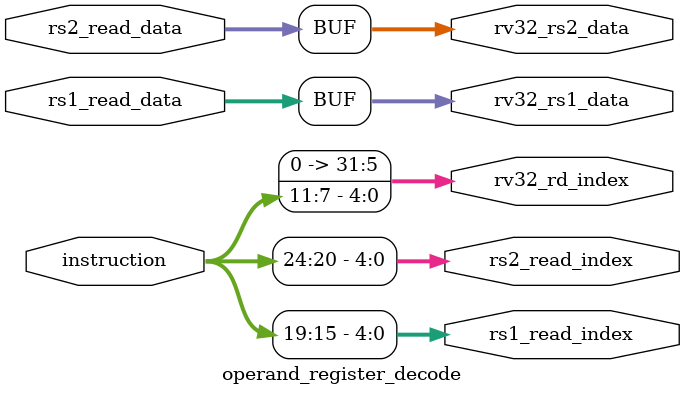
<source format=sv>
/*
name: RV32I Decoder operand_register_decode
summary: decode register index and fetch data from register
author: cw1997 [867597730@qq.com]
repo: https://github.com/risc-v-cpu/ez-risc-v-cpu
datetime: 2021-03-20 17:02:46
================================================================================
Refer to riscv-spec-v2.2.pdf (page 104)
Chapter 19 RV32/64G Instruction Set Listings
*/
module operand_register_decode (
// rv32 instruction
input  [31: 0] instruction,
// from resiger_file
output [ 4: 0] rs1_read_index,
input  [31: 0] rs1_read_data,
output [ 4: 0] rs2_read_index,
input  [31: 0] rs2_read_data,
// operand
output [31: 0] rv32_rd_index,
output [31: 0] rv32_rs1_data,
output [31: 0] rv32_rs2_data
);

assign rs1_read_index = instruction[19:15];
assign rs2_read_index = instruction[24:20];

assign rv32_rd_index  = instruction[11: 7];
assign rv32_rs1_data = rs1_read_data;
assign rv32_rs2_data = rs2_read_data;

endmodule // operand_register_decode

</source>
